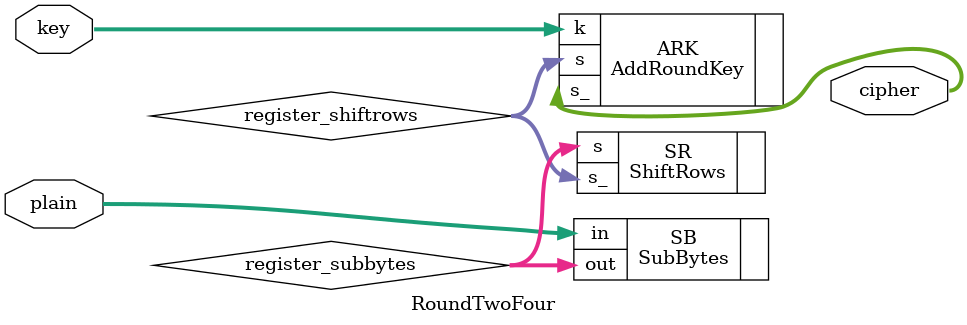
<source format=v>
module RoundTwoFour(
    input [127:0] plain,
    input [127:0] key,
    output [127:0] cipher
    );

wire [127:0] register_subbytes,register_shiftrows,register_mc;

SubBytes SB(.in(plain), .out(register_subbytes));
ShiftRows SR(.s(register_subbytes), .s_(register_shiftrows));
AddRoundKey ARK(.s(register_shiftrows), .k(key), .s_(cipher));
endmodule
</source>
